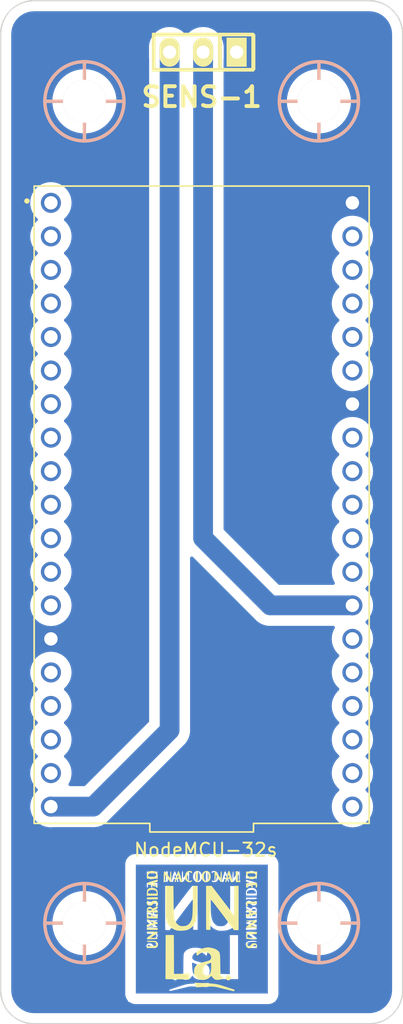
<source format=kicad_pcb>
(kicad_pcb (version 20211014) (generator pcbnew)
  (layers (0 "F.Cu" signal) (31 "B.Cu" signal) (34 "B.Paste" user) (35 "F.Paste" user) (36 "B.SilkS" user "B.Silkscreen") (37 "F.SilkS" user "F.Silkscreen") (38 "B.Mask" user) (39 "F.Mask" user) (44 "Edge.Cuts" user))
  (net 0 "")
  (net 18 "+5V")
  (net 25 "/Data")
  (net 30 "GND")
  (footprint "EESTN5:Separador_M3_5mm" (layer "F.Cu") (at 132.08 83.82)
    (fp_text reference "H1" hide)
    (fp_text value "MountingHole" hide)
    (pad "1" thru_hole circle locked (at 0 0) (size 3.25 3.25) (drill 3.25) (layers *.Cu "F.SilkS"))
  )
  (footprint "EESTN5:Separador_M3_5mm" (layer "F.Cu") (at 132.08 146.05)
    (fp_text reference "H2" hide)
    (fp_text value "MountingHole" hide)
    (pad "1" thru_hole circle locked (at 0 0) (size 3.25 3.25) (drill 3.25) (layers *.Cu "F.SilkS"))
  )
  (footprint "NODEMCU-32S:MODULE_NODEMCU-32S" (layer "F.Cu") (at 123.19 114.369)
    (fp_text reference "Micro_controlador1" hide)
    (fp_text value "NodeMCU-32s" (at 0.31 26.131) (layer "F.SilkS"))
    (pad "1" thru_hole circle (at -11.43 -22.86) (size 1.524 1.524) (drill 1.016) (layers *.Cu *.Mask))
    (pad "2" thru_hole circle (at -11.43 -20.32) (size 1.524 1.524) (drill 1.016) (layers *.Cu *.Mask))
    (pad "3" thru_hole circle (at -11.43 -17.78) (size 1.524 1.524) (drill 1.016) (layers *.Cu *.Mask))
    (pad "4" thru_hole circle (at -11.43 -15.24) (size 1.524 1.524) (drill 1.016) (layers *.Cu *.Mask))
    (pad "5" thru_hole circle (at -11.43 -12.7) (size 1.524 1.524) (drill 1.016) (layers *.Cu *.Mask))
    (pad "6" thru_hole circle (at -11.43 -10.16) (size 1.524 1.524) (drill 1.016) (layers *.Cu *.Mask))
    (pad "7" thru_hole circle (at -11.43 -7.62) (size 1.524 1.524) (drill 1.016) (layers *.Cu *.Mask))
    (pad "8" thru_hole circle (at -11.43 -5.08) (size 1.524 1.524) (drill 1.016) (layers *.Cu *.Mask))
    (pad "9" thru_hole circle (at -11.43 -2.54) (size 1.524 1.524) (drill 1.016) (layers *.Cu *.Mask))
    (pad "10" thru_hole circle (at -11.43 0) (size 1.524 1.524) (drill 1.016) (layers *.Cu *.Mask))
    (pad "11" thru_hole circle (at -11.43 2.54) (size 1.524 1.524) (drill 1.016) (layers *.Cu *.Mask))
    (pad "12" thru_hole circle (at -11.43 5.08) (size 1.524 1.524) (drill 1.016) (layers *.Cu "F.Mask"))
    (pad "13" thru_hole circle (at -11.43 7.62) (size 1.524 1.524) (drill 1.016) (layers *.Cu *.Mask))
    (pad "14" thru_hole circle (at -11.43 10.16) (size 1.524 1.524) (drill 1.016) (layers *.Cu *.Mask) (net 30 "GND"))
    (pad "15" thru_hole circle (at -11.43 12.7) (size 1.524 1.524) (drill 1.016) (layers *.Cu *.Mask "Dwgs.User"))
    (pad "16" thru_hole circle (at -11.43 15.24) (size 1.524 1.524) (drill 1.016) (layers *.Cu *.Mask))
    (pad "17" thru_hole circle (at -11.43 17.78) (size 1.524 1.524) (drill 1.016) (layers *.Cu *.Mask))
    (pad "18" thru_hole circle (at -11.43 20.32) (size 1.524 1.524) (drill 1.016) (layers *.Cu *.Mask "Dwgs.User"))
    (pad "19" thru_hole circle (at -11.43 22.86) (size 1.524 1.524) (drill 1.016) (layers *.Cu *.Mask) (net 18 "+5V"))
    (pad "20" thru_hole circle (at 11.43 22.86) (size 1.524 1.524) (drill 1.016) (layers *.Cu *.Mask))
    (pad "21" thru_hole circle (at 11.43 20.32) (size 1.524 1.524) (drill 1.016) (layers *.Cu *.Mask))
    (pad "22" thru_hole circle (at 11.43 17.78) (size 1.524 1.524) (drill 1.016) (layers *.Cu *.Mask))
    (pad "23" thru_hole circle (at 11.43 15.24) (size 1.524 1.524) (drill 1.016) (layers *.Cu *.Mask))
    (pad "24" thru_hole circle (at 11.43 12.7) (size 1.524 1.524) (drill 1.016) (layers *.Cu *.Mask))
    (pad "25" thru_hole circle (at 11.43 10.16) (size 1.524 1.524) (drill 1.016) (layers *.Cu *.Mask))
    (pad "26" thru_hole circle (at 11.43 7.62) (size 1.524 1.524) (drill 1.016) (layers *.Cu *.Mask) (net 25 "/Data"))
    (pad "27" thru_hole circle (at 11.43 5.08) (size 1.524 1.524) (drill 1.016) (layers *.Cu *.Mask))
    (pad "28" thru_hole circle (at 11.43 2.54) (size 1.524 1.524) (drill 1.016) (layers *.Cu *.Mask))
    (pad "29" thru_hole circle (at 11.43 0) (size 1.524 1.524) (drill 1.016) (layers *.Cu *.Mask))
    (pad "30" thru_hole circle (at 11.43 -2.54) (size 1.524 1.524) (drill 1.016) (layers *.Cu *.Mask))
    (pad "31" thru_hole circle (at 11.43 -5.08) (size 1.524 1.524) (drill 1.016) (layers *.Cu *.Mask))
    (pad "32" thru_hole circle (at 11.43 -7.62) (size 1.524 1.524) (drill 1.016) (layers *.Cu *.Mask) (net 30 "GND"))
    (pad "33" thru_hole circle (at 11.43 -10.16) (size 1.524 1.524) (drill 1.016) (layers *.Cu *.Mask))
    (pad "34" thru_hole circle (at 11.43 -12.7) (size 1.524 1.524) (drill 1.016) (layers *.Cu *.Mask))
    (pad "35" thru_hole circle (at 11.43 -15.24) (size 1.524 1.524) (drill 1.016) (layers *.Cu *.Mask))
    (pad "36" thru_hole circle (at 11.43 -17.78) (size 1.524 1.524) (drill 1.016) (layers *.Cu *.Mask))
    (pad "37" thru_hole circle (at 11.43 -20.32) (size 1.524 1.524) (drill 1.016) (layers *.Cu *.Mask))
    (pad "38" thru_hole circle (at 11.43 -22.86) (size 1.524 1.524) (drill 1.016) (layers *.Cu *.Mask) (net 30 "GND"))
  )
  (footprint "UNLaLibreria:logoUnlaFootprintNoNegativeInvertida" (layer "F.Cu") (at 123.19 146.5)
    (fp_text reference "UNLa Logo Invertido" hide)
    (fp_text value "LOGO" hide)
    (fp_poly (pts (xy 3.735091 -3.482569) (xy 3.803939 -3.46464) (xy 3.861299 -3.44783) (xy 3.900205 -3.433817) (xy 3.895886 -3.419728) (xy 3.844411 -3.395309) (xy 3.840502 -3.393622) (xy 3.755726 -3.362938) (xy 3.708491 -3.364151) (xy 3.689646 -3.399229) (xy 3.687991 -3.426432) (xy 3.689198 -3.464956) (xy 3.700871 -3.483172)) (layer "B.Cu") (width 0) (fill solid))
    (fp_poly (pts (xy 4.057139 -1.507231) (xy 4.090838 -1.478701) (xy 4.098792 -1.449879) (xy 4.099379 -1.414959) (xy 4.07993 -1.39688) (xy 4.027854 -1.390494) (xy 3.953213 -1.390356) (xy 3.853293 -1.397026) (xy 3.804819 -1.414508) (xy 3.798908 -1.427529) (xy 3.823557 -1.482136) (xy 3.890464 -1.514559) (xy 3.984145 -1.519966)) (layer "B.Cu") (width 0) (fill solid))
    (fp_poly (pts (xy 5.018996 4.880349) (xy -4.991266 4.880349) (xy -4.991266 4.643435) (xy -2.459996 4.643435) (xy -2.453687 4.659086) (xy -2.437298 4.673221) (xy -2.405879 4.679594) (xy -2.353256 4.677219) (xy -2.273258 4.665106) (xy -2.159713 4.642267) (xy -2.006448 4.607714) (xy -1.807293 4.560457) (xy -1.746943 4.545897) (xy -1.576136 4.504532) (xy -1.406344 4.463307) (xy -1.252515 4.425858) (xy -1.129596 4.395824) (xy -1.081435 4.383993) (xy -1.011886 4.367763) (xy -0.947736 4.35606) (xy -0.880065 4.348741) (xy -0.799951 4.345662) (xy -0.698473 4.346682) (xy -0.56671 4.351657) (xy -0.395741 4.360444) (xy -0.222618 4.370246) (xy -0.038199 4.380009) (xy 0.127457 4.387125) (xy 0.266428 4.391391) (xy 0.370792 4.392599) (xy 0.432629 4.390546) (xy 0.446125 4.387558) (xy 0.462731 4.353707) (xy 0.48888 4.28681) (xy 0.517523 4.206739) (xy 0.541611 4.133368) (xy 0.554096 4.08657) (xy 0.554585 4.081766) (xy 0.528474 4.07898) (xy 0.456468 4.078714) (xy 0.348058 4.080643) (xy 0.212736 4.084446) (xy 0.05999 4.089797) (xy -0.100686 4.096374) (xy -0.259804 4.103853) (xy -0.407871 4.111912) (xy -0.499127 4.117674) (xy -0.699298 4.131371) (xy -0.858277 4.143523) (xy -0.988044 4.156499) (xy -1.100581 4.172669) (xy -1.207866 4.194402) (xy -1.321882 4.224067) (xy -1.454608 4.264033) (xy -1.618026 4.31667) (xy -1.788537 4.372658) (xy -1.967342 4.431977) (xy -2.128772 4.486593) (xy -2.265281 4.533867) (xy -2.369321 4.571158) (xy -2.433344 4.595828) (xy -2.450237 4.604104) (xy -2.459996 4.643435) (xy -4.991266 4.643435) (xy -4.991266 3.655975) (xy -2.204215 3.655975) (xy -2.200599 3.739144) (xy -2.161462 3.810009) (xy -2.096679 3.860131) (xy -2.016125 3.881071) (xy -1.929673 3.864388) (xy -1.86658 3.821804) (xy -1.812547 3.740328) (xy -1.806374 3.66875) (xy -1.636026 3.66875) (xy -1.626503 3.708942) (xy -1.590352 3.742298) (xy -1.516201 3.777693) (xy -1.476583 3.793187) (xy -1.296326 3.84082) (xy -1.127959 3.845131) (xy -0.980773 3.806638) (xy -0.903883 3.76124) (xy -0.830199 3.693164) (xy -0.770686 3.618243) (xy -0.76008 3.600018) (xy -0.71607 3.514913) (xy -0.638061 3.609551) (xy -0.51852 3.722219) (xy -0.374196 3.795838) (xy -0.197002 3.833627) (xy -0.057227 3.840502) (xy 0.069618 3.837944) (xy 0.159294 3.827979) (xy 0.229947 3.807164) (xy 0.258547 3.792837) (xy 0.956659 3.792837) (xy 1.861535 3.791771) (xy 2.76641 3.790705) (xy 2.762735 2.123971) (xy 2.760609 1.159471) (xy 3.342636 1.159471) (xy 3.366958 1.279206) (xy 3.435532 1.371858) (xy 3.507751 1.415707) (xy 3.55725 1.425106) (xy 3.648246 1.432952) (xy 3.766781 1.438306) (xy 3.871697 1.440164) (xy 4.180185 1.441921) (xy 4.180185 1.303275) (xy 3.885562 1.302866) (xy 3.718292 1.299225) (xy 3.598525 1.286991) (xy 3.518615 1.263389) (xy 3.470912 1.225645) (xy 3.447769 1.170984) (xy 3.443554 1.142539) (xy 3.444032 1.080221) (xy 3.470597 1.042753) (xy 3.532783 1.011457) (xy 3.631734 0.986738) (xy 3.782023 0.973189) (xy 3.911245 0.970524) (xy 4.044423 0.968776) (xy 4.129076 0.962946) (xy 4.172043 0.952151) (xy 4.180286 0.935862) (xy 4.145481 0.914048) (xy 4.061083 0.898649) (xy 3.976938 0.892395) (xy 3.758621 0.89102) (xy 3.589441 0.910086) (xy 3.466517 0.950804) (xy 3.386966 1.014389) (xy 3.347906 1.102055) (xy 3.342636 1.159471) (xy 2.760609 1.159471) (xy 2.759061 0.457236) (xy 2.445245 0.457384) (xy 2.13143 0.457533) (xy 2.137499 0.998253) (xy 2.138894 1.165159) (xy 2.139897 1.37519) (xy 2.140494 1.61601) (xy 2.140667 1.875288) (xy 2.140403 2.14069) (xy 2.139686 2.399883) (xy 2.139361 2.478795) (xy 2.135153 3.418616) (xy 1.642958 3.399606) (xy 1.476803 3.392526) (xy 1.32419 3.384793) (xy 1.196148 3.377062) (xy 1.103703 3.369986) (xy 1.062839 3.365244) (xy 0.974915 3.349892) (xy 0.965787 3.571364) (xy 0.956659 3.792837) (xy 0.258547 3.792837) (xy 0.297708 3.773219) (xy 0.435347 3.663979) (xy 0.535379 3.520297) (xy 0.594505 3.351307) (xy 0.609427 3.16614) (xy 0.581094 2.988688) (xy 0.532491 2.871923) (xy 0.453255 2.771963) (xy 0.337967 2.685237) (xy 0.181207 2.608173) (xy -0.022444 2.537198) (xy -0.1643 2.497385) (xy -0.297785 2.460368) (xy -0.422082 2.422368) (xy -0.52075 2.388598) (xy -0.566589 2.369876) (xy -0.657449 2.303914) (xy -0.70389 2.219707) (xy -0.710739 2.124519) (xy -0.682819 2.025615) (xy -0.624956 1.930258) (xy -0.541975 1.845715) (xy -0.4387 1.779248) (xy -0.319958 1.738123) (xy -0.190573 1.729604) (xy -0.145168 1.735399) (xy 0.017926 1.78274) (xy 0.169196 1.859444) (xy 0.272515 1.940536) (xy 0.326868 1.991978) (xy 0.36369 2.021488) (xy 0.369914 2.024236) (xy 0.381074 2.000248) (xy 0.398787 1.940906) (xy 0.418259 1.865139) (xy 0.434695 1.791878) (xy 0.4433 1.740054) (xy 0.443668 1.733046) (xy 0.420062 1.703186) (xy 0.357454 1.659018) (xy 0.268154 1.607267) (xy 0.164476 1.554658) (xy 0.058731 1.507915) (xy -0.023641 1.477801) (xy -0.246271 1.425706) (xy -0.468015 1.408023) (xy -0.681417 1.422507) (xy -0.879024 1.466914) (xy -1.053381 1.538999) (xy -1.197034 1.636516) (xy -1.302528 1.75722) (xy -1.357513 1.879518) (xy -1.365683 1.936917) (xy -1.37284 2.042218) (xy -1.37873 2.187867) (xy -1.383097 2.366312) (xy -1.385686 2.570001) (xy -1.386308 2.732094) (xy -1.386816 2.975074) (xy -1.388958 3.168283) (xy -1.39383 3.317406) (xy -1.402526 3.428128) (xy -1.416142 3.506134) (xy -1.435773 3.557109) (xy -1.462513 3.586738) (xy -1.497458 3.600706) (xy -1.541702 3.604698) (xy -1.554411 3.604803) (xy -1.613528 3.612984) (xy -1.634627 3.645932) (xy -1.636026 3.66875) (xy -1.806374 3.66875) (xy -1.805064 3.653565) (xy -1.838408 3.57475) (xy -1.906856 3.51712) (xy -2.004686 3.493913) (xy -2.008359 3.493886) (xy -2.096227 3.511015) (xy -2.162437 3.568942) (xy -2.204215 3.655975) (xy -4.991266 3.655975) (xy -4.991266 1.281662) (xy -4.187647 1.281662) (xy -4.176238 1.353429) (xy -4.140905 1.402424) (xy -4.1026 1.414192) (xy -4.050908 1.401874) (xy -4.034873 1.374937) (xy -4.063145 1.348406) (xy -4.06444 1.347898) (xy -4.098976 1.312193) (xy -4.097606 1.260893) (xy -4.065979 1.215129) (xy -4.02407 1.196889) (xy -3.972143 1.204041) (xy -3.911468 1.244717) (xy -3.841307 1.314739) (xy -3.771609 1.386131) (xy -3.7174 1.424376) (xy -3.659451 1.439572) (xy -3.59913 1.441921) (xy -3.503472 1.432792) (xy -3.434261 1.398784) (xy -3.400615 1.368817) (xy -3.338936 1.274439) (xy -3.331517 1.1703) (xy -3.344342 1.125303) (xy -3.376336 1.097519) (xy -3.431363 1.082761) (xy -3.486678 1.083097) (xy -3.519535 1.100599) (xy -3.521616 1.10917) (xy -3.499292 1.13408) (xy -3.481891 1.136899) (xy -3.441725 1.160417) (xy -3.420147 1.216059) (xy -3.425434 1.281457) (xy -3.426901 1.285504) (xy -3.46704 1.32983) (xy -3.530262 1.331951) (xy -3.607151 1.294596) (xy -3.688287 1.220497) (xy -3.700372 1.206223) (xy -3.762207 1.135221) (xy -3.811587 1.097945) (xy -3.869155 1.08362) (xy -3.939411 1.081441) (xy -4.044388 1.090559) (xy -4.113706 1.121235) (xy -4.13166 1.136899) (xy -4.173373 1.203895) (xy -4.187647 1.281662) (xy -4.991266 1.281662) (xy -4.991266 0.739534) (xy -4.159389 0.739534) (xy -4.151758 0.7571) (xy -4.123146 0.768288) (xy -4.06497 0.773924) (xy -3.968649 0.774834) (xy -3.825603 0.771845) (xy -3.824297 0.771809) (xy -3.489206 0.762554) (xy -3.408358 0.671997) (xy -3.343474 0.57079) (xy -3.332323 0.467237) (xy -3.369149 0.360394) (xy -3.412189 0.304624) (xy -3.479754 0.264964) (xy -3.563798 0.243403) (xy 3.352785 0.243403) (xy 3.375157 0.284459) (xy 3.444125 0.343344) (xy 3.557938 0.422915) (xy 3.607705 0.455957) (xy 3.711076 0.525261) (xy 3.796355 0.584625) (xy 3.853318 0.626796) (xy 3.871542 0.64313) (xy 3.851995 0.652666) (xy 3.788183 0.660178) (xy 3.691287 0.66467) (xy 3.620304 0.665502) (xy 3.494286 0.666976) (xy 3.414395 0.672369) (xy 3.371355 0.683137) (xy 3.355892 0.700735) (xy 3.35524 0.707096) (xy 3.362769 0.72334) (xy 3.390485 0.734833) (xy 3.446079 0.742339) (xy 3.537243 0.746623) (xy 3.671669 0.748453) (xy 3.773212 0.74869) (xy 3.933923 0.748195) (xy 4.047086 0.746094) (xy 4.120605 0.74146) (xy 4.162388 0.733367) (xy 4.18034 0.720888) (xy 4.182367 0.703096) (xy 4.18196 0.700792) (xy 4.156482 0.666587) (xy 4.094338 0.610123) (xy 4.005212 0.539592) (xy 3.911616 0.472026) (xy 3.650495 0.291157) (xy 3.911874 0.277292) (xy 4.051404 0.267212) (xy 4.137365 0.255313) (xy 4.171577 0.242545) (xy 4.155862 0.229857) (xy 4.092041 0.218198) (xy 3.981933 0.208519) (xy 3.82736 0.201769) (xy 3.764247 0.200296) (xy 3.582738 0.198621) (xy 3.454825 0.203342) (xy 3.378757 0.217317) (xy 3.352785 0.243403) (xy -3.563798 0.243403) (xy -3.579597 0.23935) (xy -3.719471 0.22572) (xy -3.889029 0.221989) (xy -4.012995 0.222443) (xy -4.091754 0.225638) (xy -4.135555 0.234063) (xy -4.154648 0.250209) (xy -4.159284 0.276566) (xy -4.159389 0.287668) (xy -4.157346 0.316004) (xy -4.144921 0.335216) (xy -4.112672 0.34762) (xy -4.051152 0.355534) (xy -3.95092 0.361275) (xy -3.841483 0.36567) (xy -3.695728 0.372827) (xy -3.594716 0.382358) (xy -3.527738 0.396075) (xy -3.48408 0.415787) (xy -3.467138 0.428916) (xy -3.417667 0.498902) (xy -3.423646 0.569269) (xy -3.468984 0.626543) (xy -3.503947 0.650518) (xy -3.553741 0.667044) (xy -3.629445 0.67796) (xy -3.742137 0.685106) (xy -3.843329 0.688685) (xy -3.983409 0.694056) (xy -4.076499 0.701264) (xy -4.131063 0.711673) (xy -4.155569 0.726643) (xy -4.159389 0.739534) (xy -4.991266 0.739534) (xy -4.991266 -0.147799) (xy -4.159389 -0.147799) (xy -4.14999 -0.132594) (xy -4.116817 -0.122414) (xy -4.052405 -0.116692) (xy -3.949288 -0.114856) (xy -3.8 -0.116337) (xy -3.757244 -0.117108) (xy -3.599373 -0.121957) (xy -3.47423 -0.129532) (xy -3.388959 -0.139214) (xy -3.350706 -0.150381) (xy -3.349363 -0.152511) (xy -3.368816 -0.177748) (xy -3.426063 -0.22653) (xy -3.512491 -0.292038) (xy -3.619486 -0.367454) (xy -3.62961 -0.374345) (xy -3.915595 -0.56845) (xy -3.635417 -0.576352) (xy -3.503986 -0.581617) (xy -3.419353 -0.589511) (xy -3.37287 -0.601533) (xy -3.35589 -0.619179) (xy -3.35524 -0.624852) (xy -3.36341 -0.640959) (xy -3.39306 -0.652181) (xy -3.4519 -0.65926) (xy -3.547642 -0.662941) (xy -3.687997 -0.663967) (xy -3.759023 -0.663798) (xy -3.915927 -0.662888) (xy -4.025577 -0.6608) (xy -4.096178 -0.656251) (xy -4.135935 -0.647958) (xy -4.153052 -0.634637) (xy -4.155735 -0.615004) (xy -4.154165 -0.601983) (xy -4.123663 -0.551645) (xy -4.04389 -0.478574) (xy -3.915773 -0.383611) (xy -3.903175 -0.374894) (xy -3.803845 -0.305172) (xy -3.724167 -0.246758) (xy -3.673629 -0.206768) (xy -3.660544 -0.19299) (xy -3.68607 -0.186813) (xy -3.754682 -0.182822) (xy -3.854032 -0.181555) (xy -3.909825 -0.182087) (xy -4.033224 -0.182278) (xy -4.110091 -0.17716) (xy -4.149204 -0.165528) (xy -4.159389 -0.147799) (xy -4.991266 -0.147799) (xy -4.991266 -1.20321) (xy -4.187118 -1.20321) (xy -4.174666 -1.186789) (xy -4.134156 -1.164868) (xy -4.060854 -1.135767) (xy -3.950026 -1.097805) (xy -3.796941 -1.049301) (xy -3.596864 -0.988577) (xy -3.507751 -0.962013) (xy -3.428447 -0.938318) (xy -3.375052 -0.92209) (xy -3.362173 -0.917953) (xy -3.357306 -0.939898) (xy -3.355241 -0.996801) (xy -3.35524 -0.997854) (xy -3.360744 -1.049946) (xy -3.386853 -1.080855) (xy -3.447965 -1.10365) (xy -3.481478 -1.11243) (xy -3.557826 -1.134262) (xy -3.593491 -1.158532) (xy -3.601906 -1.19982) (xy -3.599327 -1.240365) (xy -3.586452 -1.306125) (xy -3.551578 -1.34456) (xy -3.484891 -1.372795) (xy -3.402775 -1.4035) (xy -3.363392 -1.427623) (xy -3.355945 -1.453078) (xy -3.359284 -1.464857) (xy -3.387854 -1.467601) (xy -3.457527 -1.454617) (xy -3.557373 -1.429359) (xy -3.676458 -1.395284) (xy -3.803852 -1.355845) (xy -3.928622 -1.314499) (xy -4.039838 -1.2747) (xy -4.126568 -1.239902) (xy -4.177879 -1.213563) (xy -4.187118 -1.20321) (xy -4.991266 -1.20321) (xy -4.991266 -1.612919) (xy -2.772926 -1.612919) (xy -2.772625 -1.314623) (xy -2.771759 -1.032933) (xy -2.77038 -0.772721) (xy -2.768543 -0.538856) (xy -2.766301 -0.33621) (xy -2.763708 -0.169654) (xy -2.760818 -0.044059) (xy -2.757684 0.035705) (xy -2.75444 0.064701) (xy -2.718514 0.074837) (xy -2.645452 0.081442) (xy -2.581132 0.082934) (xy -2.42631 0.082681) (xy -1.923491 -0.603365) (xy -1.773389 -0.807086) (xy -1.611161 -1.025392) (xy -1.445955 -1.246104) (xy -1.286914 -1.457041) (xy -1.143185 -1.646024) (xy -1.036155 -1.78511) (xy -0.651638 -2.28081) (xy -0.644404 -1.112676) (xy -0.637171 0.055458) (xy -0.305022 0.055458) (xy -0.305022 -3.272053) (xy 0.354623 -3.272053) (xy 0.368975 -2.100491) (xy 0.373123 -1.789452) (xy 0.377626 -1.528172) (xy 0.382985 -1.310953) (xy 0.389704 -1.132097) (xy 0.398284 -0.985904) (xy 0.409228 -0.866677) (xy 0.423039 -0.768715) (xy 0.440218 -0.686322) (xy 0.461268 -0.613798) (xy 0.486692 -0.545445) (xy 0.511063 -0.488715) (xy 0.621236 -0.305567) (xy 0.77347 -0.142456) (xy 0.955268 -0.009468) (xy 1.154133 0.083311) (xy 1.254252 0.111088) (xy 1.391775 0.127434) (xy 1.560808 0.12867) (xy 1.739934 0.116247) (xy 1.907735 0.091622) (xy 2.038251 0.057863) (xy 2.040259 0.056941) (xy 3.35524 0.056941) (xy 3.761515 0.049267) (xy 3.91914 0.045979) (xy 4.029873 0.0421) (xy 4.102272 0.036188) (xy 4.144896 0.026801) (xy 4.166305 0.012496) (xy 4.175057 -0.008169) (xy 4.17728 -0.020797) (xy 4.179527 -0.04475) (xy 4.172391 -0.061623) (xy 4.147792 -0.072654) (xy 4.097651 -0.079086) (xy 4.013887 -0.08216) (xy 3.888419 -0.083115) (xy 3.771005 -0.083188) (xy 3.35524 -0.083188) (xy 3.35524 0.056941) (xy 2.040259 0.056941) (xy 2.250767 -0.039725) (xy 2.423616 -0.17091) (xy 2.55887 -0.33856) (xy 2.613514 -0.451971) (xy 3.360884 -0.451971) (xy 3.361216 -0.447741) (xy 3.39175 -0.421644) (xy 3.47261 -0.385723) (xy 3.599849 -0.341555) (xy 3.71572 -0.306188) (xy 3.849295 -0.266888) (xy 3.965749 -0.232175) (xy 4.053558 -0.205515) (xy 4.101196 -0.190377) (xy 4.10393 -0.189402) (xy 4.146129 -0.181385) (xy 4.166815 -0.207328) (xy 4.175881 -0.26284) (xy 4.173147 -0.308449) (xy 4.143474 -0.336759) (xy 4.073321 -0.360097) (xy 4.067319 -0.361663) (xy 3.893607 -0.406747) (xy 3.771191 -0.440703) (xy 3.697854 -0.466965) (xy 3.671381 -0.488968) (xy 3.689555 -0.510147) (xy 3.750159 -0.533937) (xy 3.850978 -0.563772) (xy 3.92369 -0.584264) (xy 4.050674 -0.621768) (xy 4.131219 -0.650655) (xy 4.172902 -0.674869) (xy 4.183301 -0.698353) (xy 4.176449 -0.715789) (xy 4.141517 -0.722381) (xy 4.064121 -0.707403) (xy 3.972283 -0.679245) (xy 3.84696 -0.637853) (xy 3.700613 -0.591546) (xy 3.569186 -0.551626) (xy 3.451102 -0.512856) (xy 3.383202 -0.480404) (xy 3.360884 -0.451971) (xy 2.613514 -0.451971) (xy 2.658601 -0.545547) (xy 2.724883 -0.794738) (xy 2.744092 -0.91936) (xy 2.750689 -1.00003) (xy 2.750824 -1.002875) (xy 3.35524 -1.002875) (xy 3.358305 -0.912431) (xy 3.366235 -0.845768) (xy 3.374455 -0.821906) (xy 3.407728 -0.815497) (xy 3.485878 -0.811102) (xy 3.598349 -0.809018) (xy 3.734586 -0.809545) (xy 3.783461 -0.810352) (xy 4.173253 -0.818013) (xy 4.181509 -0.991321) (xy 4.184544 -1.085997) (xy 4.179691 -1.138012) (xy 4.163186 -1.160007) (xy 4.13127 -1.164627) (xy 4.129949 -1.164629) (xy 4.090541 -1.157237) (xy 4.077695 -1.124527) (xy 4.081464 -1.067577) (xy 4.092794 -0.970524) (xy 3.822458 -0.970524) (xy 3.83148 -1.060223) (xy 3.829868 -1.12719) (xy 3.803075 -1.156325) (xy 3.791976 -1.159309) (xy 3.75895 -1.154689) (xy 3.745222 -1.115161) (xy 3.74345 -1.06961) (xy 3.74345 -0.970524) (xy 3.466157 -0.970524) (xy 3.466157 -1.067577) (xy 3.459953 -1.134467) (xy 3.435735 -1.161457) (xy 3.410699 -1.164629) (xy 3.379379 -1.158387) (xy 3.36265 -1.131107) (xy 3.356111 -1.069956) (xy 3.35524 -1.002875) (xy 2.750824 -1.002875) (xy 2.756755 -1.128264) (xy 2.760523 -1.246334) (xy 3.35524 -1.246334) (xy 3.764247 -1.254008) (xy 4.173253 -1.261681) (xy 4.181473 -1.402598) (xy 4.179595 -1.508583) (xy 4.156232 -1.581033) (xy 4.138765 -1.606408) (xy 4.065199 -1.657256) (xy 3.969957 -1.670819) (xy 3.872368 -1.647152) (xy 3.809799 -1.605503) (xy 3.741889 -1.541705) (xy 3.561904 -1.63046) (xy 3.472252 -1.673825) (xy 3.403628 -1.70544) (xy 3.369594 -1.719078) (xy 3.36858 -1.719214) (xy 3.359044 -1.695153) (xy 3.35524 -1.639651) (xy 3.360879 -1.593786) (xy 3.385505 -1.559065) (xy 3.440684 -1.52494) (xy 3.521616 -1.487933) (xy 3.606431 -1.44879) (xy 3.666368 -1.416623) (xy 3.687991 -1.399) (xy 3.663534 -1.389351) (xy 3.602879 -1.386436) (xy 3.584006 -1.387029) (xy 3.471576 -1.390655) (xy 3.403473 -1.386494) (xy 3.368742 -1.371164) (xy 3.356428 -1.341283) (xy 3.35524 -1.316399) (xy 3.35524 -1.246334) (xy 2.760523 -1.246334) (xy 2.762114 -1.296167) (xy 2.766587 -1.495844) (xy 2.769998 -1.719403) (xy 2.771834 -1.92189) (xy 3.340432 -1.92189) (xy 3.352455 -1.842418) (xy 3.39676 -1.789292) (xy 3.451606 -1.774673) (xy 3.504045 -1.78408) (xy 3.521616 -1.802402) (xy 3.501228 -1.829333) (xy 3.494862 -1.830131) (xy 3.458562 -1.853611) (xy 3.431149 -1.90716) (xy 3.423943 -1.965442) (xy 3.427629 -1.980633) (xy 3.468579 -2.014466) (xy 3.534762 -2.024236) (xy 3.598371 -2.015353) (xy 3.648272 -1.980212) (xy 3.698223 -1.913834) (xy 3.775819 -1.824976) (xy 3.867077 -1.782335) (xy 3.985689 -1.780324) (xy 4.015224 -1.78452) (xy 4.115149 -1.819254) (xy 4.170997 -1.886346) (xy 4.186693 -1.98101) (xy 4.175789 -2.072015) (xy 4.141772 -2.115697) (xy 4.080941 -2.116684) (xy 4.078618 -2.11609) (xy 4.013696 -2.099113) (xy 4.07961 -2.048974) (xy 4.123526 -2.005891) (xy 4.124275 -1.966665) (xy 4.114998 -1.949145) (xy 4.065359 -1.907763) (xy 4.012529 -1.890826) (xy 3.960017 -1.895355) (xy 3.913521 -1.930653) (xy 3.866853 -1.993616) (xy 3.780593 -2.086131) (xy 3.678016 -2.13933) (xy 3.571059 -2.152716) (xy 3.471656 -2.125795) (xy 3.391744 -2.058071) (xy 3.365459 -2.014437) (xy 3.340432 -1.92189) (xy 2.771834 -1.92189) (xy 2.77217 -1.958948) (xy 2.772926 -2.204818) (xy 2.772926 -2.244587) (xy 3.35524 -2.244587) (xy 3.761515 -2.252261) (xy 3.91914 -2.255549) (xy 4.029873 -2.259428) (xy 4.102272 -2.26534) (xy 4.144896 -2.274727) (xy 4.166305 -2.289032) (xy 4.175057 -2.309697) (xy 4.17728 -2.322325) (xy 4.179527 -2.346279) (xy 4.172391 -2.363151) (xy 4.147792 -2.374183) (xy 4.097651 -2.380615) (xy 4.013887 -2.383688) (xy 3.888419 -2.384643) (xy 3.771005 -2.384716) (xy 3.35524 -2.384716) (xy 3.35524 -2.244587) (xy 2.772926 -2.244587) (xy 2.772926 -2.711884) (xy 3.35524 -2.711884) (xy 3.357644 -2.625479) (xy 3.363829 -2.564262) (xy 3.36948 -2.546095) (xy 3.400867 -2.541177) (xy 3.477391 -2.537379) (xy 3.588735 -2.534992) (xy 3.724583 -2.534308) (xy 3.778486 -2.534541) (xy 4.173253 -2.537227) (xy 4.182232 -2.675874) (xy 4.178113 -2.842438) (xy 4.139527 -2.966588) (xy 4.06381 -3.051347) (xy 3.948295 -3.099734) (xy 3.795012 -3.114777) (xy 3.625387 -3.098046) (xy 3.498412 -3.046461) (xy 3.412384 -2.958462) (xy 3.3656 -2.832488) (xy 3.35524 -2.711884) (xy 2.772926 -2.711884) (xy 2.772926 -3.226519) (xy 3.35524 -3.226519) (xy 3.358629 -3.205884) (xy 3.373762 -3.194892) (xy 3.408092 -3.19479) (xy 3.46907 -3.20683) (xy 3.564146 -3.23226) (xy 3.700773 -3.27233) (xy 3.792099 -3.299786) (xy 3.926293 -3.339999) (xy 4.040576 -3.373708) (xy 4.124924 -3.397998) (xy 4.169313 -3.409953) (xy 4.173376 -3.410699) (xy 4.188344 -3.43016) (xy 4.181892 -3.470046) (xy 4.160078 -3.502609) (xy 4.152456 -3.50651) (xy 3.955663 -3.56803) (xy 3.776665 -3.623479) (xy 3.622261 -3.670791) (xy 3.499249 -3.707899) (xy 3.414428 -3.732737) (xy 3.374597 -3.743238) (xy 3.372856 -3.74345) (xy 3.360136 -3.719452) (xy 3.35524 -3.666013) (xy 3.361707 -3.616686) (xy 3.390579 -3.586121) (xy 3.45606 -3.56182) (xy 3.481676 -3.55476) (xy 3.557954 -3.531919) (xy 3.593758 -3.507042) (xy 3.602403 -3.464596) (xy 3.599525 -3.417295) (xy 3.589747 -3.35139) (xy 3.563892 -3.316522) (xy 3.505566 -3.296044) (xy 3.473089 -3.28891) (xy 3.397318 -3.264947) (xy 3.357845 -3.235566) (xy 3.35524 -3.226519) (xy 2.772926 -3.226519) (xy 2.772926 -3.260327) (xy 2.467906 -3.259257) (xy 2.162887 -3.258188) (xy 2.162028 -2.232205) (xy 2.161134 -1.919216) (xy 2.158774 -1.655645) (xy 2.154582 -1.435461) (xy 2.148193 -1.252634) (xy 2.139239 -1.101135) (xy 2.127353 -0.974933) (xy 2.11217 -0.867998) (xy 2.093323 -0.774299) (xy 2.070445 -0.687808) (xy 2.06757 -0.678156) (xy 2.008783 -0.545778) (xy 1.919192 -0.41664) (xy 1.813688 -0.309701) (xy 1.737228 -0.257615) (xy 1.646363 -0.228913) (xy 1.522409 -0.214066) (xy 1.386096 -0.213555) (xy 1.258157 -0.227863) (xy 1.190631 -0.24489) (xy 1.080948 -0.304999) (xy 0.972229 -0.404634) (xy 0.878359 -0.529388) (xy 0.831881 -0.617129) (xy 0.798469 -0.698884) (xy 0.770778 -0.78296) (xy 0.74829 -0.875327) (xy 0.730491 -0.981956) (xy 0.716864 -1.108817) (xy 0.706892 -1.26188) (xy 0.70006 -1.447117) (xy 0.69585 -1.670498) (xy 0.693748 -1.937992) (xy 0.693231 -2.22078) (xy 0.693231 -3.272053) (xy 0.354623 -3.272053) (xy -0.305022 -3.272053) (xy -0.714088 -3.272053) (xy -1.112666 -2.756547) (xy -1.257256 -2.568805) (xy -1.42197 -2.353719) (xy -1.59377 -2.128396) (xy -1.759613 -1.90994) (xy -1.90646 -1.715457) (xy -1.913319 -1.706338) (xy -2.029412 -1.551998) (xy -2.137559 -1.408311) (xy -2.232256 -1.282582) (xy -2.308002 -1.182115) (xy -2.359294 -1.114213) (xy -2.376243 -1.091876) (xy -2.437094 -1.012118) (xy -2.438634 -2.142085) (xy -2.440175 -3.272053) (xy -2.772926 -3.272053) (xy -2.772926 -1.612919) (xy -4.991266 -1.612919) (xy -4.991266 -2.066699) (xy -4.159389 -2.066699) (xy -4.159389 -1.910525) (xy -3.805841 -1.914461) (xy -3.452293 -1.918398) (xy -3.458396 -1.818806) (xy -3.457417 -1.751577) (xy -3.43815 -1.723589) (xy -3.408546 -1.719214) (xy -3.378153 -1.724255) (xy -3.362434 -1.747736) (xy -3.35794 -1.802198) (xy -3.360849 -1.892522) (xy -3.369105 -2.06583) (xy -3.764247 -2.066264) (xy -4.159389 -2.066699) (xy -4.991266 -2.066699) (xy -4.991266 -3.313646) (xy -4.159389 -3.313646) (xy -4.156612 -3.212547) (xy -4.14669 -3.156356) (xy -4.127235 -3.134726) (xy -4.117795 -3.133406) (xy -4.089062 -3.151461) (xy -4.077057 -3.211516) (xy -4.076201 -3.245918) (xy -4.076201 -3.358429) (xy -3.958352 -3.349902) (xy -3.883646 -3.340993) (xy -3.846938 -3.319344) (xy -3.830782 -3.270971) (xy -3.826638 -3.244323) (xy -3.805637 -3.166555) (xy -3.778471 -3.139808) (xy -3.754605 -3.163918) (xy -3.743504 -3.23872) (xy -3.74345 -3.245772) (xy -3.74345 -3.358139) (xy -3.597871 -3.349757) (xy -3.452293 -3.341376) (xy -3.455456 -3.237391) (xy -3.452215 -3.167376) (xy -3.43231 -3.137734) (xy -3.406929 -3.133406) (xy -3.378825 -3.140122) (xy -3.363152 -3.168301) (xy -3.356456 -3.229987) (xy -3.35524 -3.313646) (xy -3.35524 -3.493887) (xy -4.159389 -3.493887) (xy -4.159389 -3.313646) (xy -4.991266 -3.313646) (xy -4.991266 -3.577074) (xy -2.315184 -3.577074) (xy -2.284345 -3.565186) (xy -2.237326 -3.559367) (xy -2.191984 -3.564478) (xy -2.163498 -3.595365) (xy -2.140189 -3.665786) (xy -2.137268 -3.677217) (xy -2.115398 -3.752075) (xy -2.0887 -3.7875) (xy -2.040391 -3.798214) (xy -1.998545 -3.798908) (xy -1.928882 -3.795292) (xy -1.894457 -3.773925) (xy -1.877211 -3.719029) (xy -1.87175 -3.688137) (xy -1.847054 -3.594955) (xy -1.812954 -3.555241) (xy -1.776329 -3.562186) (xy -1.764127 -3.599557) (xy -1.774899 -3.653943) (xy -1.792541 -3.709599) (xy -1.822231 -3.804828) (xy -1.85979 -3.926172) (xy -1.877521 -3.98377) (xy -1.49738 -3.98377) (xy -1.496496 -3.798315) (xy -1.491584 -3.666344) (xy -1.479252 -3.585886) (xy -1.456108 -3.55497) (xy -1.41876 -3.571626) (xy -1.363818 -3.633882) (xy -1.287889 -3.739768) (xy -1.22819 -3.827343) (xy -1.039847 -4.105342) (xy -1.025983 -3.840963) (xy -1.015833 -3.698196) (xy -1.003873 -3.609191) (xy -0.991056 -3.572318) (xy -0.978339 -3.58595) (xy -0.966676 -3.648457) (xy -0.957023 -3.758211) (xy -0.950335 -3.913584) (xy -0.948986 -3.972216) (xy -0.948912 -3.976933) (xy -0.65823 -3.976933) (xy -0.651468 -3.885164) (xy -0.611759 -3.76378) (xy -0.538332 -3.659455) (xy -0.443098 -3.584238) (xy -0.337968 -3.550176) (xy -0.319495 -3.549345) (xy -0.226477 -3.562159) (xy -0.142398 -3.593184) (xy -0.139173 -3.595039) (xy -0.055085 -3.674736) (xy 0.001023 -3.789408) (xy 0.01339 -3.8543) (xy 0.309129 -3.8543) (xy 0.309174 -3.733136) (xy 0.311115 -3.642249) (xy 0.314818 -3.59297) (xy 0.315857 -3.588833) (xy 0.349895 -3.568491) (xy 0.400629 -3.570011) (xy 0.472879 -3.583823) (xy 0.465206 -3.975591) (xy 0.458877 -4.298721) (xy 0.74869 -4.298721) (xy 0.757705 -4.252701) (xy 0.789551 -4.250354) (xy 0.84411 -4.285052) (xy 0.920569 -4.321945) (xy 0.992119 -4.307411) (xy 1.054553 -4.255545) (xy 1.10309 -4.170278) (xy 1.129887 -4.053089) (xy 1.133588 -3.923632) (xy 1.112837 -3.801563) (xy 1.089872 -3.74345) (xy 1.049019 -3.6788) (xy 1.002581 -3.652169) (xy 0.942795 -3.648415) (xy 0.861812 -3.655954) (xy 0.798899 -3.671436) (xy 0.796902 -3.672299) (xy 0.762262 -3.68048) (xy 0.764572 -3.649762) (xy 0.76715 -3.642553) (xy 0.798288 -3.588017) (xy 0.85013 -3.559638) (xy 0.938053 -3.550072) (xy 0.961464 -3.54977) (xy 1.073806 -3.566883) (xy 1.076753 -3.568655) (xy 1.515741 -3.568655) (xy 1.516253 -3.567444) (xy 1.550021 -3.559641) (xy 1.597207 -3.55931) (xy 1.656875 -3.58128) (xy 1.681383 -3.632533) (xy 1.703153 -3.723884) (xy 1.724859 -3.773625) (xy 1.757923 -3.794402) (xy 1.813769 -3.798861) (xy 1.831672 -3.798908) (xy 1.902081 -3.795278) (xy 1.936408 -3.773772) (xy 1.953048 -3.718471) (xy 1.957855 -3.689703) (xy 1.979803 -3.615297) (xy 2.012436 -3.56764) (xy 2.046371 -3.55724) (xy 2.062806 -3.572182) (xy 2.059459 -3.604546) (xy 2.041748 -3.679821) (xy 2.012283 -3.788123) (xy 2.011272 -3.791565) (xy 2.329688 -3.791565) (xy 2.33109 -3.685684) (xy 2.336552 -3.609865) (xy 2.342293 -3.5831) (xy 2.359988 -3.55771) (xy 2.386907 -3.560222) (xy 2.427445 -3.594922) (xy 2.485998 -3.666097) (xy 2.566961 -3.778032) (xy 2.618438 -3.8524) (xy 2.81452 -4.138286) (xy 2.822536 -3.864915) (xy 2.829427 -3.712579) (xy 2.838801 -3.613783) (xy 2.849518 -3.566728) (xy 2.86044 -3.569612) (xy 2.870427 -3.620637) (xy 2.87834 -3.718003) (xy 2.881937 -3.826638) (xy 3.35524 -3.826638) (xy 4.187118 -3.826638) (xy 4.187014 -3.999946) (xy 4.173465 -4.154047) (xy 4.130671 -4.265213) (xy 4.055094 -4.339647) (xy 3.972761 -4.375706) (xy 3.803586 -4.406042) (xy 3.648218 -4.388104) (xy 3.558116 -4.355064) (xy 3.453791 -4.286716) (xy 3.388675 -4.190275) (xy 3.358531 -4.057918) (xy 3.35524 -3.980526) (xy 3.35524 -3.826638) (xy 2.881937 -3.826638) (xy 2.883039 -3.859909) (xy 2.883843 -3.961771) (xy 2.882598 -4.143155) (xy 2.876534 -4.270949) (xy 2.86215 -4.347007) (xy 2.835949 -4.37318) (xy 2.794432 -4.351323) (xy 2.734101 -4.283287) (xy 2.651458 -4.170927) (xy 2.607339 -4.108228) (xy 2.42631 -3.849554) (xy 2.41835 -4.117356) (xy 2.412239 -4.249548) (xy 2.402748 -4.33197) (xy 2.388963 -4.370258) (xy 2.376756 -4.373988) (xy 2.364969 -4.344295) (xy 2.354049 -4.271362) (xy 2.344528 -4.167406) (xy 2.33694 -4.044642) (xy 2.331816 -3.91529) (xy 2.329688 -3.791565) (xy 2.011272 -3.791565) (xy 1.973674 -3.919565) (xy 1.955146 -3.979977) (xy 1.905403 -4.136127) (xy 1.866945 -4.245821) (xy 1.836643 -4.316158) (xy 1.811368 -4.354236) (xy 1.78799 -4.367152) (xy 1.784354 -4.367358) (xy 1.738131 -4.343721) (xy 1.723311 -4.3119) (xy 1.711372 -4.26503) (xy 1.686442 -4.177419) (xy 1.652073 -4.061258) (xy 1.611819 -3.928737) (xy 1.608501 -3.91796) (xy 1.570186 -3.789827) (xy 1.540138 -3.681995) (xy 1.52108 -3.604818) (xy 1.515741 -3.568655) (xy 1.076753 -3.568655) (xy 1.15869 -3.617926) (xy 1.239818 -3.717218) (xy 1.284641 -3.839031) (xy 1.295554 -3.971901) (xy 1.274951 -4.104366) (xy 1.225226 -4.224965) (xy 1.148774 -4.322233) (xy 1.047991 -4.38471) (xy 0.995649 -4.39837) (xy 0.894755 -4.400456) (xy 0.811196 -4.377051) (xy 0.759061 -4.33384) (xy 0.74869 -4.298721) (xy 0.458877 -4.298721) (xy 0.457533 -4.367358) (xy 0.318886 -4.367358) (xy 0.311111 -3.994412) (xy 0.309129 -3.8543) (xy 0.01339 -3.8543) (xy 0.026838 -3.924868) (xy 0.020046 -4.066929) (xy -0.021666 -4.201404) (xy -0.035844 -4.228712) (xy -0.116847 -4.323892) (xy -0.225011 -4.385578) (xy -0.343255 -4.405801) (xy -0.399305 -4.39826) (xy -0.504494 -4.344936) (xy -0.586188 -4.249866) (xy -0.639172 -4.12366) (xy -0.65823 -3.976933) (xy -0.948912 -3.976933) (xy -0.946487 -4.130949) (xy -0.946494 -4.242452) (xy -0.949842 -4.314929) (xy -0.957368 -4.356585) (xy -0.969908 -4.375624) (xy -0.988299 -4.380249) (xy -0.99058 -4.380233) (xy -1.030403 -4.356719) (xy -1.091475 -4.291816) (xy -1.16763 -4.192346) (xy -1.192358 -4.156984) (xy -1.262057 -4.055623) (xy -1.322875 -3.96756) (xy -1.365956 -3.905601) (xy -1.378649 -3.887615) (xy -1.394327 -3.875024) (xy -1.404552 -3.894235) (xy -1.410405 -3.95221) (xy -1.412968 -4.05591) (xy -1.41331 -4.110863) (xy -1.415171 -4.238392) (xy -1.42071 -4.319694) (xy -1.431373 -4.363953) (xy -1.448601 -4.380357) (xy -1.455786 -4.381223) (xy -1.472391 -4.373531) (xy -1.484016 -4.345213) (xy -1.491485 -4.288403) (xy -1.495621 -4.195239) (xy -1.497248 -4.057855) (xy -1.49738 -3.98377) (xy -1.877521 -3.98377) (xy -1.900077 -4.057042) (xy -1.948098 -4.207449) (xy -1.98759 -4.309928) (xy -2.022026 -4.363596) (xy -2.05488 -4.367571) (xy -2.089626 -4.320971) (xy -2.129738 -4.222914) (xy -2.178689 -4.072516) (xy -2.20707 -3.979062) (xy -2.247697 -3.841058) (xy -2.280981 -3.722739) (xy -2.30431 -3.633823) (xy -2.315069 -3.584029) (xy -2.315184 -3.577074) (xy -4.991266 -3.577074) (xy -4.991266 -3.617345) (xy -2.911572 -3.617345) (xy -2.901702 -3.59376) (xy -2.864551 -3.58231) (xy -2.788811 -3.580733) (xy -2.738264 -3.582684) (xy -2.564956 -3.590939) (xy -2.564059 -3.937555) (xy -2.56424 -4.104827) (xy -2.566727 -4.224306) (xy -2.572931 -4.303647) (xy -2.584265 -4.35051) (xy -2.602139 -4.37255) (xy -2.627966 -4.377426) (xy -2.644826 -4.375745) (xy -2.669091 -4.369292) (xy -2.685873 -4.35198) (xy -2.696858 -4.314653) (xy -2.703729 -4.248153) (xy -2.708169 -4.143322) (xy -2.711364 -4.01381) (xy -2.719124 -3.660262) (xy -2.815348 -3.660262) (xy -2.885921 -3.651555) (xy -2.911206 -3.623135) (xy -2.911572 -3.617345) (xy -4.991266 -3.617345) (xy -4.991266 -4.150358) (xy -4.159389 -4.150358) (xy -4.151968 -4.016899) (xy -4.124779 -3.924182) (xy -4.070428 -3.858887) (xy -3.981523 -3.807697) (xy -3.96527 -3.800631) (xy -3.867492 -3.780074) (xy -3.744081 -3.781758) (xy -3.618912 -3.802942) (xy -3.515864 -3.84088) (xy -3.493154 -3.854889) (xy -3.420554 -3.921424) (xy -3.37742 -4.003648) (xy -3.357962 -4.116171) (xy -3.35524 -4.202788) (xy -3.35524 -4.353494) (xy -4.159389 -4.353494) (xy -4.159389 -4.150358) (xy -4.991266 -4.150358) (xy -4.991266 -4.880349) (xy 5.018996 -4.880349)) (layer "B.Cu") (width 0) (fill solid))
    (fp_poly (pts (xy -3.438428 -4.135957) (xy -3.455068 -4.053583) (xy -3.508596 -3.996071) (xy -3.604422 -3.960138) (xy -3.74796 -3.942498) (xy -3.758082 -3.941956) (xy -3.86564 -3.938183) (xy -3.934346 -3.942657) (xy -3.980616 -3.959004) (xy -4.020864 -3.990851) (xy -4.032922 -4.002672) (xy -4.08132 -4.07012) (xy -4.103742 -4.138922) (xy -4.10393 -4.144264) (xy -4.10393 -4.214847) (xy -3.438428 -4.214847)) (layer "B.Cu") (width 0) (fill solid))
    (fp_poly (pts (xy 1.854639 -4.039734) (xy 1.882084 -3.951936) (xy 1.876403 -3.902271) (xy 1.835726 -3.883066) (xy 1.816266 -3.882096) (xy 1.764969 -3.889183) (xy 1.749053 -3.902893) (xy 1.759384 -3.940481) (xy 1.782141 -4.006439) (xy 1.787425 -4.020743) (xy 1.823689 -4.117795)) (layer "B.Cu") (width 0) (fill solid))
    (fp_poly (pts (xy 3.924825 -4.229153) (xy 4.030736 -4.188534) (xy 4.089803 -4.120194) (xy 4.10393 -4.046459) (xy 4.10393 -3.965284) (xy 3.438428 -3.965284) (xy 3.438428 -4.046459) (xy 3.461203 -4.137015) (xy 3.530121 -4.199437) (xy 3.646073 -4.234251) (xy 3.771179 -4.242577)) (layer "B.Cu") (width 0) (fill solid))
    (fp_poly (pts (xy 3.871089 -2.959856) (xy 3.993382 -2.928589) (xy 4.071843 -2.868738) (xy 4.103423 -2.782805) (xy 4.10393 -2.768628) (xy 4.10393 -2.689738) (xy 3.438428 -2.689738) (xy 3.438428 -2.759061) (xy 3.463451 -2.846169) (xy 3.534041 -2.911672) (xy 3.643477 -2.952452) (xy 3.785037 -2.965389)) (layer "B.Cu") (width 0) (fill solid))
    (fp_poly (pts (xy -0.648973 2.561879) (xy -0.550359 2.594612) (xy -0.435958 2.646654) (xy -0.322052 2.708964) (xy -0.224926 2.772496) (xy -0.160863 2.828208) (xy -0.154089 2.836723) (xy -0.118057 2.9085) (xy -0.096665 3.010178) (xy -0.088223 3.114016) (xy -0.085401 3.225526) (xy -0.092645 3.30119) (xy -0.113579 3.360243) (xy -0.144133 3.410699) (xy -0.195122 3.473891) (xy -0.251039 3.504366) (xy -0.335213 3.515982) (xy -0.435728 3.512677) (xy -0.511851 3.482026) (xy -0.53869 3.4628) (xy -0.600753 3.401322) (xy -0.646486 3.322614) (xy -0.678667 3.217349) (xy -0.700076 3.076204) (xy -0.713492 2.889854) (xy -0.714256 2.873735) (xy -0.729497 2.542937)) (layer "B.Cu") (width 0) (fill solid))
    (fp_poly (pts (xy -3.67382 -1.271524) (xy -3.673574 -1.248382) (xy -3.681405 -1.200621) (xy -3.704831 -1.182369) (xy -3.757896 -1.189182) (xy -3.812773 -1.204315) (xy -3.92369 -1.236626) (xy -3.829432 -1.269951) (xy -3.74038 -1.297023) (xy -3.691612 -1.297976)) (layer "B.Cu") (width 0) (fill solid))
    (fp_poly (pts (xy -0.274644 -4.315553) (xy -0.205412 -4.26748) (xy -0.174513 -4.204147) (xy -0.153022 -4.104153) (xy -0.142009 -3.985664) (xy -0.142546 -3.866848) (xy -0.155703 -3.765872) (xy -0.172895 -3.715721) (xy -0.23175 -3.653405) (xy -0.308872 -3.633713) (xy -0.386254 -3.657316) (xy -0.435029 -3.705939) (xy -0.466903 -3.786386) (xy -0.484764 -3.896931) (xy -0.488692 -4.019532) (xy -0.478774 -4.136148) (xy -0.45509 -4.228736) (xy -0.432438 -4.267395) (xy -0.35629 -4.317768)) (layer "B.Cu") (width 0) (fill solid))
    (fp_poly (pts (xy -1.978592 -4.048207) (xy -1.94708 -3.95833) (xy -1.94764 -3.906551) (xy -1.982015 -3.884542) (xy -2.013338 -3.882096) (xy -2.064004 -3.889478) (xy -2.071049 -3.918042) (xy -2.066855 -3.930622) (xy -2.047246 -3.99431) (xy -2.032109 -4.058323) (xy -2.016136 -4.137498)) (layer "B.Cu") (width 0) (fill solid))
  )
  (footprint "EESTN5:Pin_Header_3" (layer "F.Cu") (at 123.3 80.1 180)
    (fp_text reference "SENS-1" (at 0.11 -3.4) (layer "F.SilkS") (effects (font (size 1.5 1.5) (thickness 0.3))))
    (fp_text value "DHT11" hide)
    (pad "1" thru_hole rect locked (at -2.54 0 180) (size 1.524 2.19964) (drill 1.00076) (layers *.Cu *.Mask "F.SilkS") (net 30 "GND"))
    (pad "2" thru_hole oval locked (at 0 0 180) (size 1.524 2.19964) (drill 1.00076) (layers *.Cu *.Mask "F.SilkS") (net 25 "/Data"))
    (pad "3" thru_hole oval locked (at 2.54 0 180) (size 1.524 2.19964) (drill 1.00076) (layers *.Cu *.Mask "F.SilkS") (net 18 "+5V"))
  )
  (footprint "EESTN5:Separador_M3_5mm" (layer "F.Cu") (at 114.3 146.05)
    (fp_text reference "H4" hide)
    (fp_text value "MountingHole" hide)
    (pad "1" thru_hole circle locked (at 0 0) (size 3.25 3.25) (drill 3.25) (layers *.Cu "F.SilkS"))
  )
  (footprint "UNLaLibreria:logoUnlaFootprint" (layer "F.Cu") (at 123.19 146.5)
    (fp_text reference "Logo UNLa" hide)
    (fp_text value "LOGO" hide)
  )
  (footprint "EESTN5:Separador_M3_5mm" (layer "F.Cu") (at 114.3 83.82)
    (fp_text reference "H3" hide)
    (fp_text value "MountingHole" hide)
    (pad "1" thru_hole circle locked (at 0 0) (size 3.25 3.25) (drill 3.25) (layers *.Cu "F.SilkS"))
  )
  (gr_arc (start 107.950001 78.740001) (mid 108.693949 76.943949) (end 110.490001 76.200001) (layer "Edge.Cuts") (width 0.1))
  (gr_line (start 135.889999 76.200001) (end 110.490001 76.200001) (layer "Edge.Cuts") (width 0.1))
  (gr_arc (start 110.49 153.67) (mid 108.693949 152.926051) (end 107.95 151.13) (layer "Edge.Cuts") (width 0.1))
  (gr_line (start 110.49 153.67) (end 135.889999 153.669999) (layer "Edge.Cuts") (width 0.1))
  (gr_arc (start 138.429999 151.129999) (mid 137.686051 152.926051) (end 135.889999 153.669999) (layer "Edge.Cuts") (width 0.1))
  (gr_arc (start 135.889999 76.200001) (mid 137.686051 76.943949) (end 138.429999 78.740001) (layer "Edge.Cuts") (width 0.1))
  (gr_line (start 138.429999 151.129999) (end 138.429999 78.740001) (layer "Edge.Cuts") (width 0.1))
  (gr_line (start 107.950001 78.740001) (end 107.95 151.13) (layer "Edge.Cuts") (width 0.1))
  (segment (start 120.76 80.1) (end 120.76 131.44) (width 1.5) (layer "B.Cu") (net 18))
  (segment (start 114.971 137.229) (end 111.76 137.229) (width 1.5) (layer "B.Cu") (net 18))
  (segment (start 120.76 131.44) (end 114.971 137.229) (width 1.5) (layer "B.Cu") (net 18))
  (segment (start 123.3 80.1) (end 123.3 116.9) (width 1.5) (layer "B.Cu") (net 25))
  (segment (start 123.3 116.9) (end 128.389 121.989) (width 1.5) (layer "B.Cu") (net 25))
  (segment (start 128.389 121.989) (end 134.62 121.989) (width 1.5) (layer "B.Cu") (net 25))
  (zone (net 30) (net_name "GND") (layer "B.Cu") (connect_pads yes (clearance 0.8)) (min_thickness 0.254) (fill yes (thermal_gap 0.508) (thermal_bridge_width 0.508))
    (polygon (pts (xy 138.43 153.67) (xy 107.95 153.67) (xy 107.95 76.2) (xy 138.43 76.2)))
  )
  (zone (net 0) (net_name "") (layer "B.Cu") (connect_pads yes (clearance 0)) (min_thickness 0.254)
    (keepout (tracks not_allowed) (vias not_allowed) (pads not_allowed) (copperpour not_allowed) (footprints allowed))
    (fill (thermal_gap 0.508) (thermal_bridge_width 0.508))
    (polygon (pts (xy 128.77 152) (xy 117.61 152) (xy 117.61 141.09) (xy 128.77 141.09)))
  )
)
</source>
